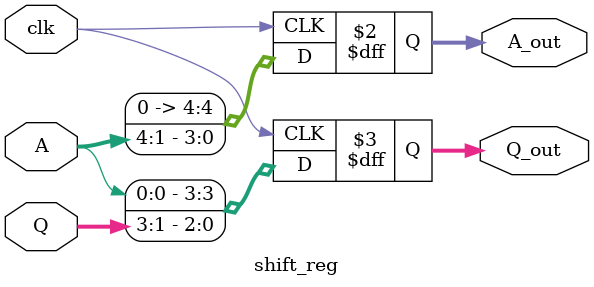
<source format=v>
module shift_reg(
                  input [4:0] A,
                  input [3:0] Q,
                  input clk,
                  output reg [4:0] A_out,
                  output reg [3:0] Q_out
                );
  
  reg [8:0] temp;
  
  always @(posedge clk) begin
    temp = {A, Q};
    temp = {1'b0, temp[8:1]};
    
    A_out = temp[8:4];
    Q_out = temp[3:0];
  end
  
endmodule
</source>
